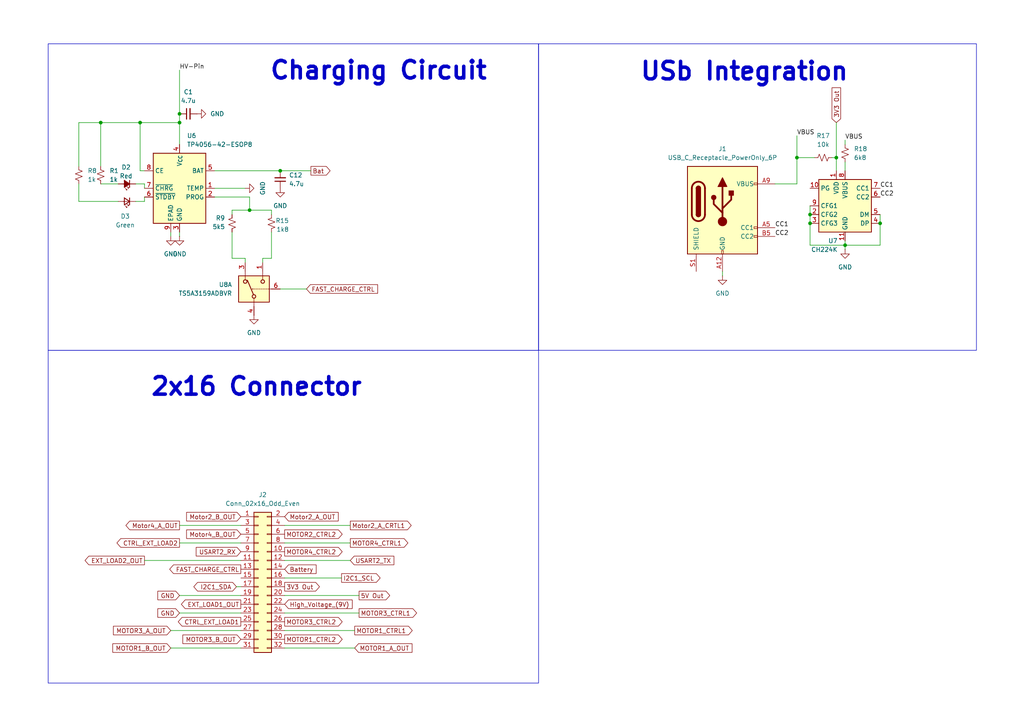
<source format=kicad_sch>
(kicad_sch (version 20250114) (generator "eeschema") (generator_version "9.0")
  (paper "A4")
  (lib_symbols
    (symbol "Analog_Switch:TS5A3159ADBVR" (pin_names (offset 0.127))
      (property "Reference" "U" (at -3.175 4.699 0))
      (property "Value" "TS5A3159ADBVR" (at -3.175 2.921 0))
      (symbol "TS5A3159ADBVR_1_1"
        (polyline (pts (xy -5.08 0) (xy -2.794 0)))
        (rectangle (start -3.81 4.445) (end 3.81 -4.445) (stroke (width 0.254)) (fill (type background)))
        (circle (center -2.159 0) (radius 0.508) (stroke (width 0.254)))
        (polyline (pts (xy -1.651 0.127) (xy 2.54 1.905)) (stroke (width 0.254)))
        (polyline (pts (xy 0 0.254) (xy 0 0.508)))
        (polyline (pts (xy 0 0.254) (xy 0 0.508)))
        (polyline (pts (xy 0 -0.254) (xy 0 0)))
        (polyline (pts (xy 0 -0.762) (xy 0 -0.508)))
        (polyline (pts (xy 0 -1.27) (xy 0 -1.016)))
        (polyline (pts (xy 0 -1.778) (xy 0 -1.524)))
        (polyline (pts (xy 0 -2.286) (xy 0 -2.032)))
        (polyline (pts (xy 0 -2.794) (xy 0 -2.54)))
        (polyline (pts (xy 0 -3.302) (xy 0 -3.048)))
        (polyline (pts (xy 0 -3.81) (xy 0 -3.556)))
        (polyline (pts (xy 0 -4.318) (xy 0 -4.064)))
        (polyline (pts (xy 0 -5.08) (xy 0 -4.572)))
        (circle (center 2.159 2.54) (radius 0.508) (stroke (width 0.254)))
        (circle (center 2.159 -2.54) (radius 0.508) (stroke (width 0.254)))
        (polyline (pts (xy 5.08 2.54) (xy 2.794 2.54)))
        (polyline (pts (xy 5.08 -2.54) (xy 2.794 -2.54)))
        (pin passive line (at -7.62 0 0) (length 2.54) (name "~") (number "4"))
        (pin input line (at 0 -7.62 90) (length 2.54) (name "~") (number "6"))
        (pin passive line (at 7.62 2.54 180) (length 2.54) (name "~") (number "3"))
        (pin passive line (at 7.62 -2.54 180) (length 2.54) (name "~") (number "1"))
      )
      (symbol "TS5A3159ADBVR_2_0"
        (pin power_in line (at 0 12.7 270) (length 2.54) (name "V+") (number "5"))
        (pin power_in line (at 0 -12.7 90) (length 2.54) (name "GND") (number "2"))
      )
      (symbol "TS5A3159ADBVR_2_1"
        (rectangle (start -3.81 10.16) (end 3.81 -10.16) (stroke (width 0.254)) (fill (type background)))
      )
    )
    (symbol "Battery_Management:TP4056-42-ESOP8"
      (property "Reference" "U" (at -6.604 11.684 0))
      (property "Value" "TP4056-42-ESOP8" (at 10.16 11.684 0))
      (symbol "TP4056-42-ESOP8_1_0"
        (pin input line (at -10.16 5.08 0) (length 2.54) (name "CE") (number "8"))
        (pin open_collector line (at -10.16 0 0) (length 2.54) (name "~{CHRG}") (number "7"))
        (pin open_collector line (at -10.16 -2.54 0) (length 2.54) (name "~{STDBY}") (number "6"))
        (pin passive line (at -2.54 -12.7 90) (length 2.54) (name "EPAD") (number "9"))
        (pin power_in line (at 0 12.7 270) (length 2.54) (name "V_{CC}") (number "4"))
        (pin power_in line (at 0 -12.7 90) (length 2.54) (name "GND") (number "3"))
        (pin power_out line (at 10.16 5.08 180) (length 2.54) (name "BAT") (number "5"))
        (pin input line (at 10.16 0 180) (length 2.54) (name "TEMP") (number "1"))
        (pin passive line (at 10.16 -2.54 180) (length 2.54) (name "PROG") (number "2"))
      )
      (symbol "TP4056-42-ESOP8_1_1"
        (rectangle (start -7.62 10.16) (end 7.62 -10.16) (stroke (width 0.254)) (fill (type background)))
      )
    )
    (symbol "Connector:USB_C_Receptacle_PowerOnly_6P" (pin_names (offset 1.016))
      (property "Reference" "J" (at 0 16.51 0))
      (property "Value" "USB_C_Receptacle_PowerOnly_6P" (at 0 13.97 0))
      (symbol "USB_C_Receptacle_PowerOnly_6P_0_0"
        (rectangle (start -0.254 -12.7) (end 0.254 -11.684))
        (rectangle (start 10.16 7.874) (end 9.144 7.366))
        (rectangle (start 10.16 -4.826) (end 9.144 -5.334))
        (rectangle (start 10.16 -7.366) (end 9.144 -7.874))
      )
      (symbol "USB_C_Receptacle_PowerOnly_6P_0_1"
        (rectangle (start -10.16 12.7) (end 10.16 -12.7) (stroke (width 0.254)) (fill (type background)))
        (polyline (pts (xy -8.89 -1.27) (xy -8.89 6.35)) (stroke (width 0.508)))
        (rectangle (start -7.62 -1.27) (end -6.35 6.35) (stroke (width 0.254)) (fill (type outline)))
        (arc (start -7.62 6.35) (mid -6.985 6.9823) (end -6.35 6.35) (stroke (width 0.254)))
        (arc (start -7.62 6.35) (mid -6.985 6.9823) (end -6.35 6.35) (stroke (width 0.254)) (fill (type outline)))
        (arc (start -8.89 6.35) (mid -6.985 8.2467) (end -5.08 6.35) (stroke (width 0.508)))
        (arc (start -5.08 -1.27) (mid -6.985 -3.1667) (end -8.89 -1.27) (stroke (width 0.508)))
        (arc (start -6.35 -1.27) (mid -6.985 -1.9023) (end -7.62 -1.27) (stroke (width 0.254)))
        (arc (start -6.35 -1.27) (mid -6.985 -1.9023) (end -7.62 -1.27) (stroke (width 0.254)) (fill (type outline)))
        (polyline (pts (xy -5.08 6.35) (xy -5.08 -1.27)) (stroke (width 0.508)))
        (circle (center -2.54 3.683) (radius 0.635) (stroke (width 0.254)) (fill (type outline)))
        (polyline (pts (xy -1.27 6.858) (xy 0 9.398) (xy 1.27 6.858) (xy -1.27 6.858)) (stroke (width 0.254)) (fill (type outline)))
        (polyline (pts (xy 0 0.508) (xy 2.54 3.048) (xy 2.54 4.318)) (stroke (width 0.508)))
        (polyline (pts (xy 0 -0.762) (xy -2.54 1.778) (xy -2.54 3.048)) (stroke (width 0.508)))
        (polyline (pts (xy 0 -3.302) (xy 0 6.858)) (stroke (width 0.508)))
        (circle (center 0 -3.302) (radius 1.27) (fill (type outline)))
        (rectangle (start 1.905 4.318) (end 3.175 5.588) (stroke (width 0.254)) (fill (type outline)))
      )
      (symbol "USB_C_Receptacle_PowerOnly_6P_1_1"
        (pin passive line (at -7.62 -17.78 90) (length 5.08) (name "SHIELD") (number "S1"))
        (pin passive line (at 0 -17.78 90) (length 5.08) (name "GND") (number "A12"))
        (pin passive line (at 0 -17.78 90) (length 5.08) (hide yes) (name "GND") (number "B12"))
        (pin passive line (at 15.24 7.62 180) (length 5.08) (name "VBUS") (number "A9"))
        (pin passive line (at 15.24 7.62 180) (length 5.08) (hide yes) (name "VBUS") (number "B9"))
        (pin bidirectional line (at 15.24 -5.08 180) (length 5.08) (name "CC1") (number "A5"))
        (pin bidirectional line (at 15.24 -7.62 180) (length 5.08) (name "CC2") (number "B5"))
      )
    )
    (symbol "Connector_Generic:Conn_02x16_Odd_Even" (pin_names (offset 1.016) (hide yes))
      (property "Reference" "J" (at 1.27 20.32 0))
      (property "Value" "Conn_02x16_Odd_Even" (at 1.27 -22.86 0))
      (symbol "Conn_02x16_Odd_Even_1_1"
        (rectangle (start -1.27 19.05) (end 3.81 -21.59) (stroke (width 0.254)) (fill (type background)))
        (rectangle (start -1.27 17.907) (end 0 17.653) (stroke (width 0.1524)))
        (rectangle (start -1.27 15.367) (end 0 15.113) (stroke (width 0.1524)))
        (rectangle (start -1.27 12.827) (end 0 12.573) (stroke (width 0.1524)))
        (rectangle (start -1.27 10.287) (end 0 10.033) (stroke (width 0.1524)))
        (rectangle (start -1.27 7.747) (end 0 7.493) (stroke (width 0.1524)))
        (rectangle (start -1.27 5.207) (end 0 4.953) (stroke (width 0.1524)))
        (rectangle (start -1.27 2.667) (end 0 2.413) (stroke (width 0.1524)))
        (rectangle (start -1.27 0.127) (end 0 -0.127) (stroke (width 0.1524)))
        (rectangle (start -1.27 -2.413) (end 0 -2.667) (stroke (width 0.1524)))
        (rectangle (start -1.27 -4.953) (end 0 -5.207) (stroke (width 0.1524)))
        (rectangle (start -1.27 -7.493) (end 0 -7.747) (stroke (width 0.1524)))
        (rectangle (start -1.27 -10.033) (end 0 -10.287) (stroke (width 0.1524)))
        (rectangle (start -1.27 -12.573) (end 0 -12.827) (stroke (width 0.1524)))
        (rectangle (start -1.27 -15.113) (end 0 -15.367) (stroke (width 0.1524)))
        (rectangle (start -1.27 -17.653) (end 0 -17.907) (stroke (width 0.1524)))
        (rectangle (start -1.27 -20.193) (end 0 -20.447) (stroke (width 0.1524)))
        (rectangle (start 3.81 17.907) (end 2.54 17.653) (stroke (width 0.1524)))
        (rectangle (start 3.81 15.367) (end 2.54 15.113) (stroke (width 0.1524)))
        (rectangle (start 3.81 12.827) (end 2.54 12.573) (stroke (width 0.1524)))
        (rectangle (start 3.81 10.287) (end 2.54 10.033) (stroke (width 0.1524)))
        (rectangle (start 3.81 7.747) (end 2.54 7.493) (stroke (width 0.1524)))
        (rectangle (start 3.81 5.207) (end 2.54 4.953) (stroke (width 0.1524)))
        (rectangle (start 3.81 2.667) (end 2.54 2.413) (stroke (width 0.1524)))
        (rectangle (start 3.81 0.127) (end 2.54 -0.127) (stroke (width 0.1524)))
        (rectangle (start 3.81 -2.413) (end 2.54 -2.667) (stroke (width 0.1524)))
        (rectangle (start 3.81 -4.953) (end 2.54 -5.207) (stroke (width 0.1524)))
        (rectangle (start 3.81 -7.493) (end 2.54 -7.747) (stroke (width 0.1524)))
        (rectangle (start 3.81 -10.033) (end 2.54 -10.287) (stroke (width 0.1524)))
        (rectangle (start 3.81 -12.573) (end 2.54 -12.827) (stroke (width 0.1524)))
        (rectangle (start 3.81 -15.113) (end 2.54 -15.367) (stroke (width 0.1524)))
        (rectangle (start 3.81 -17.653) (end 2.54 -17.907) (stroke (width 0.1524)))
        (rectangle (start 3.81 -20.193) (end 2.54 -20.447) (stroke (width 0.1524)))
        (pin passive line (at -5.08 17.78 0) (length 3.81) (name "Pin_1") (number "1"))
        (pin passive line (at -5.08 15.24 0) (length 3.81) (name "Pin_3") (number "3"))
        (pin passive line (at -5.08 12.7 0) (length 3.81) (name "Pin_5") (number "5"))
        (pin passive line (at -5.08 10.16 0) (length 3.81) (name "Pin_7") (number "7"))
        (pin passive line (at -5.08 7.62 0) (length 3.81) (name "Pin_9") (number "9"))
        (pin passive line (at -5.08 5.08 0) (length 3.81) (name "Pin_11") (number "11"))
        (pin passive line (at -5.08 2.54 0) (length 3.81) (name "Pin_13") (number "13"))
        (pin passive line (at -5.08 0 0) (length 3.81) (name "Pin_15") (number "15"))
        (pin passive line (at -5.08 -2.54 0) (length 3.81) (name "Pin_17") (number "17"))
        (pin passive line (at -5.08 -5.08 0) (length 3.81) (name "Pin_19") (number "19"))
        (pin passive line (at -5.08 -7.62 0) (length 3.81) (name "Pin_21") (number "21"))
        (pin passive line (at -5.08 -10.16 0) (length 3.81) (name "Pin_23") (number "23"))
        (pin passive line (at -5.08 -12.7 0) (length 3.81) (name "Pin_25") (number "25"))
        (pin passive line (at -5.08 -15.24 0) (length 3.81) (name "Pin_27") (number "27"))
        (pin passive line (at -5.08 -17.78 0) (length 3.81) (name "Pin_29") (number "29"))
        (pin passive line (at -5.08 -20.32 0) (length 3.81) (name "Pin_31") (number "31"))
        (pin passive line (at 7.62 17.78 180) (length 3.81) (name "Pin_2") (number "2"))
        (pin passive line (at 7.62 15.24 180) (length 3.81) (name "Pin_4") (number "4"))
        (pin passive line (at 7.62 12.7 180) (length 3.81) (name "Pin_6") (number "6"))
        (pin passive line (at 7.62 10.16 180) (length 3.81) (name "Pin_8") (number "8"))
        (pin passive line (at 7.62 7.62 180) (length 3.81) (name "Pin_10") (number "10"))
        (pin passive line (at 7.62 5.08 180) (length 3.81) (name "Pin_12") (number "12"))
        (pin passive line (at 7.62 2.54 180) (length 3.81) (name "Pin_14") (number "14"))
        (pin passive line (at 7.62 0 180) (length 3.81) (name "Pin_16") (number "16"))
        (pin passive line (at 7.62 -2.54 180) (length 3.81) (name "Pin_18") (number "18"))
        (pin passive line (at 7.62 -5.08 180) (length 3.81) (name "Pin_20") (number "20"))
        (pin passive line (at 7.62 -7.62 180) (length 3.81) (name "Pin_22") (number "22"))
        (pin passive line (at 7.62 -10.16 180) (length 3.81) (name "Pin_24") (number "24"))
        (pin passive line (at 7.62 -12.7 180) (length 3.81) (name "Pin_26") (number "26"))
        (pin passive line (at 7.62 -15.24 180) (length 3.81) (name "Pin_28") (number "28"))
        (pin passive line (at 7.62 -17.78 180) (length 3.81) (name "Pin_30") (number "30"))
        (pin passive line (at 7.62 -20.32 180) (length 3.81) (name "Pin_32") (number "32"))
      )
    )
    (symbol "Device:C_Small" (pin_numbers (hide yes)) (pin_names (offset 0.254) (hide yes))
      (property "Reference" "C" (at 0.254 1.778 0))
      (property "Value" "C_Small" (at 0.254 -2.032 0))
      (symbol "C_Small_0_1"
        (polyline (pts (xy -1.524 0.508) (xy 1.524 0.508)) (stroke (width 0.3048)))
        (polyline (pts (xy -1.524 -0.508) (xy 1.524 -0.508)) (stroke (width 0.3302)))
      )
      (symbol "C_Small_1_1"
        (pin passive line (at 0 2.54 270) (length 2.032) (name "~") (number "1"))
        (pin passive line (at 0 -2.54 90) (length 2.032) (name "~") (number "2"))
      )
    )
    (symbol "Device:LED_Small" (pin_numbers (hide yes)) (pin_names (offset 0.254) (hide yes))
      (property "Reference" "D" (at -1.27 3.175 0))
      (property "Value" "LED_Small" (at -4.445 -2.54 0))
      (symbol "LED_Small_0_1"
        (polyline (pts (xy -0.762 -1.016) (xy -0.762 1.016)) (stroke (width 0.254)))
        (polyline (pts (xy 0 0.762) (xy -0.508 1.27) (xy -0.254 1.27) (xy -0.508 1.27) (xy -0.508 1.016)))
        (polyline (pts (xy 0.508 1.27) (xy 0 1.778) (xy 0.254 1.778) (xy 0 1.778) (xy 0 1.524)))
        (polyline (pts (xy 0.762 -1.016) (xy -0.762 0) (xy 0.762 1.016) (xy 0.762 -1.016)) (stroke (width 0.254)))
        (polyline (pts (xy 1.016 0) (xy -0.762 0)))
      )
      (symbol "LED_Small_1_1"
        (pin passive line (at -2.54 0 0) (length 1.778) (name "K") (number "1"))
        (pin passive line (at 2.54 0 180) (length 1.778) (name "A") (number "2"))
      )
    )
    (symbol "Device:LED_Small_Filled" (pin_numbers (hide yes)) (pin_names (offset 0.254) (hide yes))
      (property "Reference" "D" (at -1.27 3.175 0))
      (property "Value" "LED_Small_Filled" (at -4.445 -2.54 0))
      (symbol "LED_Small_Filled_0_1"
        (polyline (pts (xy -0.762 -1.016) (xy -0.762 1.016)) (stroke (width 0.254)))
        (polyline (pts (xy 0 0.762) (xy -0.508 1.27) (xy -0.254 1.27) (xy -0.508 1.27) (xy -0.508 1.016)))
        (polyline (pts (xy 0.508 1.27) (xy 0 1.778) (xy 0.254 1.778) (xy 0 1.778) (xy 0 1.524)))
        (polyline (pts (xy 0.762 -1.016) (xy -0.762 0) (xy 0.762 1.016) (xy 0.762 -1.016)) (stroke (width 0.254)) (fill (type outline)))
        (polyline (pts (xy 1.016 0) (xy -0.762 0)))
      )
      (symbol "LED_Small_Filled_1_1"
        (pin passive line (at -2.54 0 0) (length 1.778) (name "K") (number "1"))
        (pin passive line (at 2.54 0 180) (length 1.778) (name "A") (number "2"))
      )
    )
    (symbol "Device:R_Small_US" (pin_numbers (hide yes)) (pin_names (offset 0.254) (hide yes))
      (property "Reference" "R" (at 0.762 0.508 0))
      (property "Value" "R_Small_US" (at 0.762 -1.016 0))
      (symbol "R_Small_US_1_1"
        (polyline (pts (xy 0 1.524) (xy 1.016 1.143) (xy 0 0.762) (xy -1.016 0.381) (xy 0 0)))
        (polyline (pts (xy 0 0) (xy 1.016 -0.381) (xy 0 -0.762) (xy -1.016 -1.143) (xy 0 -1.524)))
        (pin passive line (at 0 2.54 270) (length 1.016) (name "~") (number "1"))
        (pin passive line (at 0 -2.54 90) (length 1.016) (name "~") (number "2"))
      )
    )
    (symbol "Interface_USB:CH224K"
      (property "Reference" "U" (at -7.874 -8.89 0))
      (property "Value" "CH224K" (at 3.048 -8.89 0))
      (symbol "CH224K_1_1"
        (rectangle (start -7.62 7.62) (end 7.62 -7.62) (stroke (width 0.254)) (fill (type background)))
        (pin bidirectional line (at -10.16 5.08 0) (length 2.54) (name "CC1") (number "7"))
        (pin bidirectional line (at -10.16 2.54 0) (length 2.54) (name "CC2") (number "6"))
        (pin bidirectional line (at -10.16 -2.54 0) (length 2.54) (name "DM") (number "5"))
        (pin bidirectional line (at -10.16 -5.08 0) (length 2.54) (name "DP") (number "4"))
        (pin passive line (at 0 10.16 270) (length 2.54) (name "VBUS") (number "8"))
        (pin power_in line (at 0 -10.16 90) (length 2.54) (name "GND") (number "11"))
        (pin power_in line (at 2.54 10.16 270) (length 2.54) (name "VDD") (number "1"))
        (pin open_collector line (at 10.16 5.08 180) (length 2.54) (name "PG") (number "10"))
        (pin passive line (at 10.16 0 180) (length 2.54) (name "CFG1") (number "9"))
        (pin passive line (at 10.16 -2.54 180) (length 2.54) (name "CFG2") (number "2"))
        (pin passive line (at 10.16 -5.08 180) (length 2.54) (name "CFG3") (number "3"))
      )
    )
    (symbol "power:GND" (power) (pin_numbers (hide yes)) (pin_names (offset 0) (hide yes))
      (property "Value" "GND" (at 0 -3.81 0))
      (symbol "GND_0_1"
        (polyline (pts (xy 0 0) (xy 0 -1.27) (xy 1.27 -1.27) (xy 0 -2.54) (xy -1.27 -1.27) (xy 0 -1.27)))
      )
      (symbol "GND_1_1"
        (pin power_in line (at 0 0 270) (length 0) (name "~") (number "1"))
      )
    )
  )
  (rectangle (start 156.21 12.7) (end 283.21 101.6))
  (rectangle (start 13.97 101.6) (end 156.21 198.12))
  (rectangle (start 13.97 12.7) (end 156.21 101.6))
  (text "2x16 Connector" (at 74.422 112.268 0) (effects (font (size 5.08 5.08) (thickness 1.016) (bold yes))))
  (text "Charging Circuit " (at 111.76 20.574 0) (effects (font (size 5.08 5.08) (thickness 1.016) (bold yes))))
  (text "USb Integration" (at 215.9 20.828 0) (effects (font (size 5.08 5.08) (thickness 1.016) (bold yes))))
  (junction (at 231.14 45.72))
  (junction (at 234.95 64.77))
  (junction (at 52.07 33.02))
  (junction (at 245.11 71.12))
  (junction (at 234.95 62.23))
  (junction (at 242.57 45.72))
  (junction (at 255.27 64.77))
  (junction (at 72.39 60.96))
  (junction (at 81.28 49.53))
  (junction (at 52.07 35.56))
  (junction (at 40.64 35.56))
  (junction (at 29.21 35.56))
  (wire (pts (xy 52.07 67.31) (xy 52.07 68.58)))
  (wire (pts (xy 52.07 157.48) (xy 69.85 157.48)))
  (wire (pts (xy 22.86 48.26) (xy 22.86 35.56)))
  (wire (pts (xy 49.53 187.96) (xy 69.85 187.96)))
  (wire (pts (xy 67.31 60.96) (xy 67.31 62.23)))
  (wire (pts (xy 49.53 67.31) (xy 49.53 68.58)))
  (wire (pts (xy 245.11 69.85) (xy 245.11 71.12)))
  (wire (pts (xy 78.74 67.31) (xy 78.74 74.93)))
  (wire (pts (xy 81.28 49.53) (xy 90.17 49.53)))
  (wire (pts (xy 52.07 177.8) (xy 69.85 177.8)))
  (wire (pts (xy 82.55 182.88) (xy 102.87 182.88)))
  (wire (pts (xy 81.28 83.82) (xy 88.9 83.82)))
  (wire (pts (xy 242.57 45.72) (xy 242.57 49.53)))
  (wire (pts (xy 41.91 57.15) (xy 41.91 58.42)))
  (wire (pts (xy 82.55 167.64) (xy 99.06 167.64)))
  (wire (pts (xy 72.39 57.15) (xy 72.39 60.96)))
  (wire (pts (xy 29.21 48.26) (xy 29.21 35.56)))
  (wire (pts (xy 52.07 152.4) (xy 69.85 152.4)))
  (wire (pts (xy 78.74 62.23) (xy 78.74 60.96)))
  (wire (pts (xy 255.27 64.77) (xy 255.27 71.12)))
  (wire (pts (xy 52.07 35.56) (xy 40.64 35.56)))
  (wire (pts (xy 76.2 76.2) (xy 76.2 74.93)))
  (wire (pts (xy 82.55 162.56) (xy 101.6 162.56)))
  (wire (pts (xy 71.12 54.61) (xy 62.23 54.61)))
  (wire (pts (xy 72.39 60.96) (xy 67.31 60.96)))
  (wire (pts (xy 52.07 41.91) (xy 52.07 35.56)))
  (wire (pts (xy 41.91 162.56) (xy 69.85 162.56)))
  (wire (pts (xy 39.37 53.34) (xy 41.91 53.34)))
  (wire (pts (xy 68.58 170.18) (xy 69.85 170.18)))
  (wire (pts (xy 82.55 187.96) (xy 102.87 187.96)))
  (wire (pts (xy 39.37 58.42) (xy 41.91 58.42)))
  (wire (pts (xy 231.14 39.37) (xy 231.14 45.72)))
  (wire (pts (xy 245.11 71.12) (xy 255.27 71.12)))
  (wire (pts (xy 22.86 53.34) (xy 22.86 58.42)))
  (wire (pts (xy 82.55 177.8) (xy 104.14 177.8)))
  (wire (pts (xy 242.57 35.56) (xy 242.57 45.72)))
  (wire (pts (xy 62.23 57.15) (xy 72.39 57.15)))
  (wire (pts (xy 76.2 74.93) (xy 78.74 74.93)))
  (wire (pts (xy 22.86 35.56) (xy 29.21 35.56)))
  (wire (pts (xy 71.12 76.2) (xy 71.12 74.93)))
  (wire (pts (xy 52.07 33.02) (xy 52.07 35.56)))
  (wire (pts (xy 29.21 53.34) (xy 34.29 53.34)))
  (wire (pts (xy 40.64 49.53) (xy 41.91 49.53)))
  (wire (pts (xy 231.14 45.72) (xy 236.22 45.72)))
  (wire (pts (xy 234.95 59.69) (xy 234.95 62.23)))
  (wire (pts (xy 82.55 157.48) (xy 101.6 157.48)))
  (wire (pts (xy 72.39 60.96) (xy 78.74 60.96)))
  (wire (pts (xy 67.31 67.31) (xy 67.31 74.93)))
  (wire (pts (xy 29.21 35.56) (xy 40.64 35.56)))
  (wire (pts (xy 71.12 74.93) (xy 67.31 74.93)))
  (wire (pts (xy 41.91 53.34) (xy 41.91 54.61)))
  (wire (pts (xy 49.53 182.88) (xy 69.85 182.88)))
  (wire (pts (xy 245.11 71.12) (xy 245.11 72.39)))
  (wire (pts (xy 82.55 172.72) (xy 104.14 172.72)))
  (wire (pts (xy 52.07 172.72) (xy 69.85 172.72)))
  (wire (pts (xy 62.23 49.53) (xy 81.28 49.53)))
  (wire (pts (xy 234.95 62.23) (xy 234.95 64.77)))
  (wire (pts (xy 82.55 152.4) (xy 101.6 152.4)))
  (wire (pts (xy 255.27 62.23) (xy 255.27 64.77)))
  (wire (pts (xy 52.07 20.32) (xy 52.07 33.02)))
  (wire (pts (xy 22.86 58.42) (xy 34.29 58.42)))
  (wire (pts (xy 245.11 40.64) (xy 245.11 41.91)))
  (wire (pts (xy 245.11 46.99) (xy 245.11 49.53)))
  (wire (pts (xy 40.64 35.56) (xy 40.64 49.53)))
  (wire (pts (xy 234.95 64.77) (xy 234.95 71.12)))
  (wire (pts (xy 231.14 45.72) (xy 231.14 53.34)))
  (wire (pts (xy 231.14 53.34) (xy 224.79 53.34)))
  (wire (pts (xy 241.3 45.72) (xy 242.57 45.72)))
  (wire (pts (xy 245.11 71.12) (xy 234.95 71.12)))
  (wire (pts (xy 209.55 78.74) (xy 209.55 80.01)))
  (label "CC1" (at 255.27 54.61 0))
  (label "CC2" (at 224.79 68.58 0))
  (label "CC2" (at 255.27 57.15 0))
  (label "CC1" (at 224.79 66.04 0))
  (label "HV-Pin" (at 52.07 20.32 0))
  (label "VBUS" (at 245.11 40.64 0))
  (label "VBUS" (at 231.14 39.37 0))
  (global_label "Battery" (shape input) (at 82.55 165.1 0) (property "Intersheetrefs" "${INTERSHEET_REFS}" (effects (hide yes))))
  (global_label "FAST_CHARGE_CTRL" (shape input) (at 88.9 83.82 0) (property "Intersheetrefs" "${INTERSHEET_REFS}" (effects (hide yes))))
  (global_label "MOTOR1_CTRL2" (shape output) (at 82.55 185.42 0) (property "Intersheetrefs" "${INTERSHEET_REFS}" (effects (hide yes))))
  (global_label "GND" (shape input) (at 52.07 177.8 180) (property "Intersheetrefs" "${INTERSHEET_REFS}" (effects (hide yes))))
  (global_label "Bat" (shape output) (at 90.17 49.53 0) (property "Intersheetrefs" "${INTERSHEET_REFS}" (effects (hide yes))))
  (global_label "I2C1_SDA" (shape bidirectional) (at 68.58 170.18 180) (property "Intersheetrefs" "${INTERSHEET_REFS}" (effects (hide yes))))
  (global_label "MOTOR4_CTRL1" (shape output) (at 101.6 157.48 0) (property "Intersheetrefs" "${INTERSHEET_REFS}" (effects (hide yes))))
  (global_label "Motor2_A_CRTL1" (shape output) (at 101.6 152.4 0) (property "Intersheetrefs" "${INTERSHEET_REFS}" (effects (hide yes))))
  (global_label "MOTOR1_A_OUT" (shape input) (at 102.87 187.96 0) (property "Intersheetrefs" "${INTERSHEET_REFS}" (effects (hide yes))))
  (global_label "Motor2_A_OUT" (shape input) (at 82.55 149.86 0) (property "Intersheetrefs" "${INTERSHEET_REFS}" (effects (hide yes))))
  (global_label "USART2_TX" (shape input) (at 101.6 162.56 0) (property "Intersheetrefs" "${INTERSHEET_REFS}" (effects (hide yes))))
  (global_label "Motor4_B_OUT" (shape input) (at 69.85 154.94 180) (property "Intersheetrefs" "${INTERSHEET_REFS}" (effects (hide yes))))
  (global_label "MOTOR3_B_OUT" (shape input) (at 69.85 185.42 180) (property "Intersheetrefs" "${INTERSHEET_REFS}" (effects (hide yes))))
  (global_label "CTRL_EXT_LOAD1" (shape output) (at 69.85 180.34 180) (property "Intersheetrefs" "${INTERSHEET_REFS}" (effects (hide yes))))
  (global_label "MOTOR1_B_OUT" (shape input) (at 49.53 187.96 180) (property "Intersheetrefs" "${INTERSHEET_REFS}" (effects (hide yes))))
  (global_label "High_Voltage_(9V)" (shape input) (at 82.55 175.26 0) (property "Intersheetrefs" "${INTERSHEET_REFS}" (effects (hide yes))))
  (global_label "MOTOR3_A_OUT" (shape input) (at 49.53 182.88 180) (property "Intersheetrefs" "${INTERSHEET_REFS}" (effects (hide yes))))
  (global_label "MOTOR1_CTRL1" (shape output) (at 102.87 182.88 0) (property "Intersheetrefs" "${INTERSHEET_REFS}" (effects (hide yes))))
  (global_label "EXT_LOAD2_OUT" (shape output) (at 41.91 162.56 180) (property "Intersheetrefs" "${INTERSHEET_REFS}" (effects (hide yes))))
  (global_label "3V3 Out" (shape input) (at 242.57 35.56 90) (property "Intersheetrefs" "${INTERSHEET_REFS}" (effects (hide yes))))
  (global_label "MOTOR3_CTRL2" (shape output) (at 82.55 180.34 0) (property "Intersheetrefs" "${INTERSHEET_REFS}" (effects (hide yes))))
  (global_label "GND" (shape input) (at 52.07 172.72 180) (property "Intersheetrefs" "${INTERSHEET_REFS}" (effects (hide yes))))
  (global_label "MOTOR3_CTRL1" (shape output) (at 104.14 177.8 0) (property "Intersheetrefs" "${INTERSHEET_REFS}" (effects (hide yes))))
  (global_label "CTRL_EXT_LOAD2" (shape output) (at 52.07 157.48 180) (property "Intersheetrefs" "${INTERSHEET_REFS}" (effects (hide yes))))
  (global_label "Motor4_A_OUT" (shape output) (at 52.07 152.4 180) (property "Intersheetrefs" "${INTERSHEET_REFS}" (effects (hide yes))))
  (global_label "FAST_CHARGE_CTRL" (shape output) (at 69.85 165.1 180) (property "Intersheetrefs" "${INTERSHEET_REFS}" (effects (hide yes))))
  (global_label "3V3 Out" (shape output) (at 82.55 170.18 0) (property "Intersheetrefs" "${INTERSHEET_REFS}" (effects (hide yes))))
  (global_label "I2C1_SCL" (shape output) (at 99.06 167.64 0) (property "Intersheetrefs" "${INTERSHEET_REFS}" (effects (hide yes))))
  (global_label "USART2_RX" (shape input) (at 69.85 160.02 180) (property "Intersheetrefs" "${INTERSHEET_REFS}" (effects (hide yes))))
  (global_label "MOTOR4_CTRL2" (shape output) (at 82.55 160.02 0) (property "Intersheetrefs" "${INTERSHEET_REFS}" (effects (hide yes))))
  (global_label "5V Out" (shape output) (at 104.14 172.72 0) (property "Intersheetrefs" "${INTERSHEET_REFS}" (effects (hide yes))))
  (global_label "Motor2_B_OUT" (shape input) (at 69.85 149.86 180) (property "Intersheetrefs" "${INTERSHEET_REFS}" (effects (hide yes))))
  (global_label "EXT_LOAD1_OUT" (shape output) (at 69.85 175.26 180) (property "Intersheetrefs" "${INTERSHEET_REFS}" (effects (hide yes))))
  (global_label "MOTOR2_CTRL2" (shape output) (at 82.55 154.94 0) (property "Intersheetrefs" "${INTERSHEET_REFS}" (effects (hide yes))))
  (symbol (lib_id "power:GND") (at 71.12 54.61 90) (mirror x) (unit 1)
    (property "Reference" "#PWR018" (effects (hide yes)))
    (property "Value" "GND" (at 76.2 54.61 0))
    (property "Description" "Power symbol creates a global label with name \"GND\" , ground" (effects (hide yes)))
  )
  (symbol (lib_id "Battery_Management:TP4056-42-ESOP8") (at 52.07 54.61 0) (unit 1)
    (property "Reference" "U6" (at 54.2133 39.37 0) (effects (justify left)))
    (property "Value" "TP4056-42-ESOP8" (at 54.2133 41.91 0) (effects (justify left)))
    (property "Footprint" "Package_SO:SOIC-8-1EP_3.9x4.9mm_P1.27mm_EP2.41x3.3mm_ThermalVias" (effects (hide yes)))
    (property "Datasheet" "https://www.lcsc.com/datasheet/lcsc_datasheet_2410121619_TOPPOWER-Nanjing-Extension-Microelectronics-TP4056-42-ESOP8_C16581.pdf" (effects (hide yes)))
    (property "Description" "1A Standalone Linear Li-ion/LiPo single-cell battery charger, 4.2V ±1% charge voltage, VCC = 4.0..8.0V, SOIC-8 (SOP-8)" (effects (hide yes)))
  )
  (symbol (lib_id "Analog_Switch:TS5A3159ADBVR") (at 73.66 83.82 90) (unit 1)
    (property "Reference" "U8" (at 67.31 82.5499 90) (effects (justify left)))
    (property "Value" "TS5A3159ADBVR" (at 67.31 85.0899 90) (effects (justify left)))
    (property "Footprint" "Package_TO_SOT_SMD:SOT-23-6" (effects (hide yes)))
    (property "Datasheet" "http://www.ti.com/lit/ds/symlink/ts5a3159a.pdf" (effects (hide yes)))
    (property "Description" "Single SPDT Analog Switch, 1.65-V to 5.5-V Single-Supply Operation, 1Ohm Ron, SOT-23-6" (effects (hide yes)))
  )
  (symbol (lib_id "power:GND") (at 52.07 68.58 0) (unit 1)
    (property "Reference" "#PWR011" (effects (hide yes)))
    (property "Value" "GND" (at 52.07 73.66 0))
    (property "Description" "Power symbol creates a global label with name \"GND\" , ground" (effects (hide yes)))
  )
  (symbol (lib_id "Connector:USB_C_Receptacle_PowerOnly_6P") (at 209.55 60.96 0) (unit 1)
    (property "Reference" "J1" (at 209.55 43.18 0))
    (property "Value" "USB_C_Receptacle_PowerOnly_6P" (at 209.55 45.72 0))
    (property "Footprint" "Connector_USB:USB_C_Receptacle_HCTL_HC-TYPE-C-16P-01A" (effects (hide yes)))
    (property "Datasheet" "https://www.usb.org/sites/default/files/documents/usb_type-c.zip" (effects (hide yes)))
    (property "Description" "USB Power-Only 6P Type-C Receptacle connector" (effects (hide yes)))
  )
  (symbol (lib_id "Device:LED_Small_Filled") (at 36.83 53.34 180) (unit 1)
    (property "Reference" "D2" (at 36.576 48.514 0))
    (property "Value" "Red" (at 36.576 51.054 0))
    (property "Description" "Light emitting diode, small symbol, filled shape" (effects (hide yes)))
    (property "Sim.Pins" "1=K 2=A" (effects (hide yes)))
  )
  (symbol (lib_id "Interface_USB:CH224K") (at 245.11 59.69 0) (mirror y) (unit 1)
    (property "Reference" "U7" (at 242.9667 69.85 0) (effects (justify left)))
    (property "Value" "CH224K" (at 242.9667 72.39 0) (effects (justify left)))
    (property "Footprint" "Package_SO:SSOP-10-1EP_3.9x4.9mm_P1mm_EP2.1x3.3mm" (effects (hide yes)))
    (property "Datasheet" "https://www.wch.cn/downloads/file/301.html" (effects (hide yes)))
    (property "Description" "100W USB Type-C PD3.0/2.0, BC1.2 Sink Controller, SSOP-10" (effects (hide yes)))
  )
  (symbol (lib_id "Device:R_Small_US") (at 78.74 64.77 0) (mirror y) (unit 1)
    (property "Reference" "R15" (at 83.82 64.008 0) (effects (justify left)))
    (property "Value" "1k8" (at 83.82 66.548 0) (effects (justify left)))
    (property "Description" "Resistor, small US symbol" (effects (hide yes)))
  )
  (symbol (lib_id "power:GND") (at 209.55 80.01 0) (unit 1)
    (property "Reference" "#PWR026" (effects (hide yes)))
    (property "Value" "GND" (at 209.55 85.09 0))
    (property "Description" "Power symbol creates a global label with name \"GND\" , ground" (effects (hide yes)))
  )
  (symbol (lib_id "Device:R_Small_US") (at 245.11 44.45 180) (unit 1)
    (property "Reference" "R18" (at 247.65 43.1799 0) (effects (justify right)))
    (property "Value" "6k8" (at 247.65 45.7199 0) (effects (justify right)))
    (property "Description" "Resistor, small US symbol" (effects (hide yes)))
  )
  (symbol (lib_id "Connector_Generic:Conn_02x16_Odd_Even") (at 74.93 167.64 0) (unit 1)
    (property "Reference" "J2" (at 76.2 143.51 0))
    (property "Value" "Conn_02x16_Odd_Even" (at 76.2 146.05 0))
    (property "Description" "Generic connector, double row, 02x16, odd/even pin numbering scheme (row 1 odd numbers, row 2 even numbers), script generated (kicad-library-utils/schlib/autogen/connector/)" (effects (hide yes)))
  )
  (symbol (lib_id "power:GND") (at 81.28 54.61 0) (unit 1)
    (property "Reference" "#PWR025" (effects (hide yes)))
    (property "Value" "GND" (at 81.28 59.69 0))
    (property "Description" "Power symbol creates a global label with name \"GND\" , ground" (effects (hide yes)))
  )
  (symbol (lib_id "power:GND") (at 245.11 72.39 0) (unit 1)
    (property "Reference" "#PWR028" (effects (hide yes)))
    (property "Value" "GND" (at 245.11 77.47 0))
    (property "Description" "Power symbol creates a global label with name \"GND\" , ground" (effects (hide yes)))
  )
  (symbol (lib_id "power:GND") (at 49.53 68.58 0) (unit 1)
    (property "Reference" "#PWR08" (effects (hide yes)))
    (property "Value" "GND" (at 49.53 73.66 0))
    (property "Description" "Power symbol creates a global label with name \"GND\" , ground" (effects (hide yes)))
  )
  (symbol (lib_id "Device:R_Small_US") (at 22.86 50.8 0) (unit 1)
    (property "Reference" "R8" (at 25.4 49.5299 0) (effects (justify left)))
    (property "Value" "1k" (at 25.4 52.0699 0) (effects (justify left)))
    (property "Description" "Resistor, small US symbol" (effects (hide yes)))
  )
  (symbol (lib_id "Device:R_Small_US") (at 29.21 50.8 0) (unit 1)
    (property "Reference" "R1" (at 31.75 49.5299 0) (effects (justify left)))
    (property "Value" "1k" (at 31.75 52.0699 0) (effects (justify left)))
    (property "Description" "Resistor, small US symbol" (effects (hide yes)))
  )
  (symbol (lib_id "power:GND") (at 57.15 33.02 90) (unit 1)
    (property "Reference" "#PWR013" (effects (hide yes)))
    (property "Value" "GND" (at 60.96 33.0199 90) (effects (justify right)))
    (property "Description" "Power symbol creates a global label with name \"GND\" , ground" (effects (hide yes)))
  )
  (symbol (lib_id "Device:R_Small_US") (at 67.31 64.77 0) (mirror y) (unit 1)
    (property "Reference" "R9" (at 65.278 63.246 0) (effects (justify left)))
    (property "Value" "5k5" (at 65.278 65.786 0) (effects (justify left)))
    (property "Description" "Resistor, small US symbol" (effects (hide yes)))
  )
  (symbol (lib_id "Device:LED_Small") (at 36.83 58.42 180) (unit 1)
    (property "Reference" "D3" (at 36.322 62.738 0))
    (property "Value" "Green" (at 36.322 65.278 0))
    (property "Description" "Light emitting diode, small symbol" (effects (hide yes)))
    (property "Sim.Pin" "1=K 2=A" (effects (hide yes)))
  )
  (symbol (lib_id "Device:R_Small_US") (at 238.76 45.72 90) (unit 1)
    (property "Reference" "R17" (at 238.76 39.37 90))
    (property "Value" "10k" (at 238.76 41.91 90))
    (property "Description" "Resistor, small US symbol" (effects (hide yes)))
  )
  (symbol (lib_id "Device:C_Small") (at 81.28 52.07 180) (unit 1)
    (property "Reference" "C12" (at 83.82 50.7935 0) (effects (justify right)))
    (property "Value" "4.7u" (at 83.82 53.3335 0) (effects (justify right)))
    (property "Description" "Unpolarized capacitor, small symbol" (effects (hide yes)))
  )
  (symbol (lib_id "Device:C_Small") (at 54.61 33.02 90) (unit 1)
    (property "Reference" "C1" (at 54.6163 26.67 90))
    (property "Value" "4.7u" (at 54.6163 29.21 90))
    (property "Description" "Unpolarized capacitor, small symbol" (effects (hide yes)))
  )
  (symbol (lib_id "power:GND") (at 73.66 91.44 0) (unit 1)
    (property "Reference" "#PWR027" (effects (hide yes)))
    (property "Value" "GND" (at 73.66 96.52 0))
    (property "Description" "Power symbol creates a global label with name \"GND\" , ground" (effects (hide yes)))
  )
)
</source>
